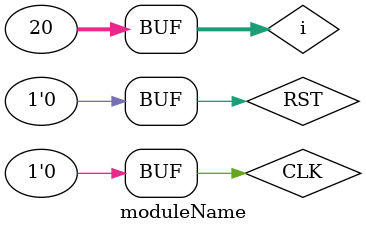
<source format=v>
module moduleName ();

reg CLK;
wire [31:0] OUT;
reg RST;
integer i;
SingleCpu SingleCpu1 (.CLK(CLK), .RST(RST), .OUT(OUT));

initial begin
    RST = 1;
    CLK = 0;
    #50;
    CLK = 1;
    #50
    RST = 0;
    CLK = 0;
    for(i=0; i<20; i=i+1) begin
        CLK = 1;
        #50
        CLK = 0;
        #50;
    end


end


// always begin
//     #6 CLK=0;
//     #4 CLK=1;
// end

    
endmodule
</source>
